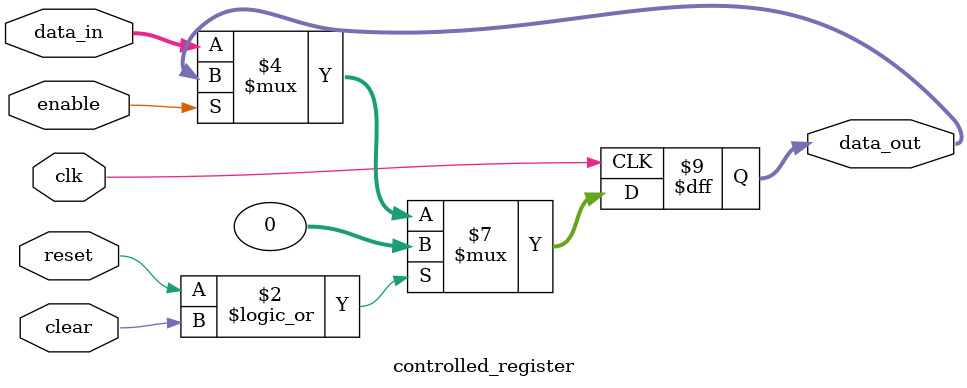
<source format=sv>
module controlled_register (
    clk, 
    reset,
    clear,
    data_in,
    data_out,
    enable
);
    parameter SIZE = 32;
    input clk, reset, enable, clear;
    input [SIZE-1:0] data_in;
    output reg [SIZE-1:0] data_out;
    always @(posedge clk) begin
        if (reset || clear)
            data_out <= {SIZE{1'b0}};
        else if (~enable)
            data_out <= data_in;
    end
    
endmodule

</source>
